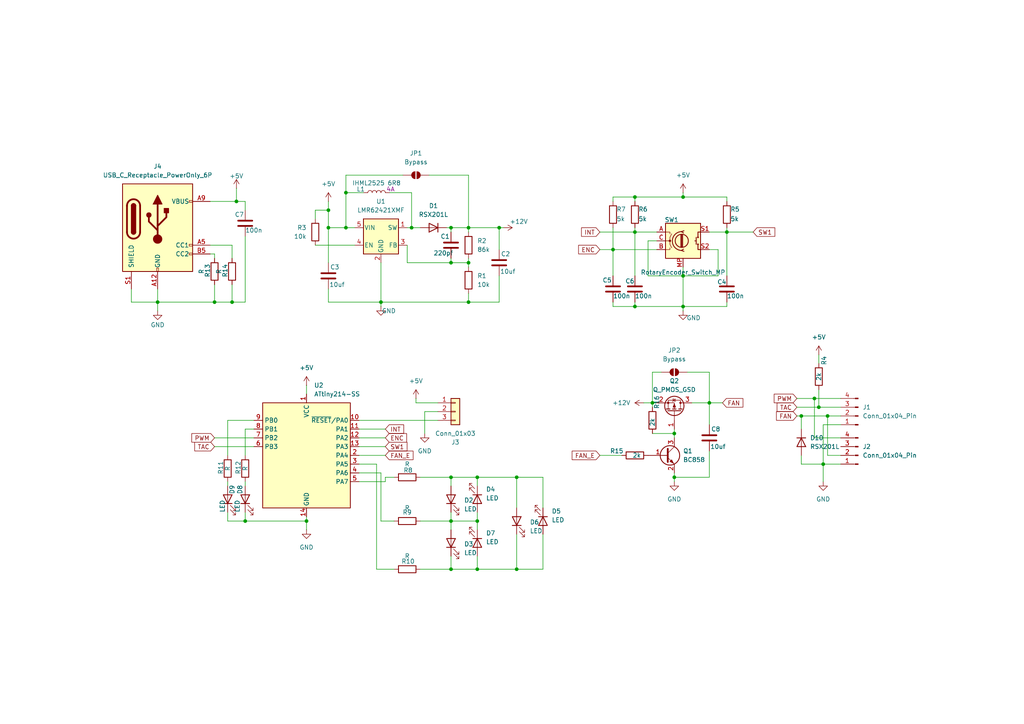
<source format=kicad_sch>
(kicad_sch (version 20231120) (generator "eeschema") (generator_version "8.0")
  (paper "A4")
  (title_block (title "MVC") (date "2024-08-12") (rev "1") (company "Foxhood Desigs"))
  (lib_symbols
    (symbol "Connector:Conn_01x04_Pin" (pin_names (offset 1.016) hide)
      (property "Reference" "J" (at 0 5.08 0))
      (property "Value" "Conn_01x04_Pin" (at 0 -7.62 0))
      (symbol "Conn_01x04_Pin_1_1"
        (polyline (pts (xy 1.27 -5.08) (xy 0.8636 -5.08)) (stroke (width 0.1524)))
        (polyline (pts (xy 1.27 -2.54) (xy 0.8636 -2.54)) (stroke (width 0.1524)))
        (polyline (pts (xy 1.27 0) (xy 0.8636 0)) (stroke (width 0.1524)))
        (polyline (pts (xy 1.27 2.54) (xy 0.8636 2.54)) (stroke (width 0.1524)))
        (rectangle (start 0.8636 -4.953) (end 0 -5.207) (stroke (width 0.1524)) (fill (type outline)))
        (rectangle (start 0.8636 -2.413) (end 0 -2.667) (stroke (width 0.1524)) (fill (type outline)))
        (rectangle (start 0.8636 0.127) (end 0 -0.127) (stroke (width 0.1524)) (fill (type outline)))
        (rectangle (start 0.8636 2.667) (end 0 2.413) (stroke (width 0.1524)) (fill (type outline)))
        (pin passive line (at 5.08 2.54 180) (length 3.81) (name "Pin_1") (number "1"))
        (pin passive line (at 5.08 0 180) (length 3.81) (name "Pin_2") (number "2"))
        (pin passive line (at 5.08 -2.54 180) (length 3.81) (name "Pin_3") (number "3"))
        (pin passive line (at 5.08 -5.08 180) (length 3.81) (name "Pin_4") (number "4"))
      )
    )
    (symbol "Connector:USB_C_Receptacle_PowerOnly_6P" (pin_names (offset 1.016))
      (property "Reference" "J" (at 0 16.51 0))
      (property "Value" "USB_C_Receptacle_PowerOnly_6P" (at 0 13.97 0))
      (symbol "USB_C_Receptacle_PowerOnly_6P_0_0"
        (rectangle (start -0.254 -12.7) (end 0.254 -11.684))
        (rectangle (start 10.16 -7.366) (end 9.144 -7.874))
        (rectangle (start 10.16 -4.826) (end 9.144 -5.334))
        (rectangle (start 10.16 7.874) (end 9.144 7.366))
      )
      (symbol "USB_C_Receptacle_PowerOnly_6P_0_1"
        (rectangle (start -10.16 12.7) (end 10.16 -12.7) (stroke (width 0.254)) (fill (type background)))
        (arc (start -8.89 -1.27) (mid -6.985 -3.1667) (end -5.08 -1.27) (stroke (width 0.508)))
        (arc (start -7.62 -1.27) (mid -6.985 -1.9023) (end -6.35 -1.27) (stroke (width 0.254)))
        (arc (start -7.62 -1.27) (mid -6.985 -1.9023) (end -6.35 -1.27) (stroke (width 0.254)) (fill (type outline)))
        (rectangle (start -7.62 -1.27) (end -6.35 6.35) (stroke (width 0.254)) (fill (type outline)))
        (arc (start -6.35 6.35) (mid -6.985 6.9823) (end -7.62 6.35) (stroke (width 0.254)))
        (arc (start -6.35 6.35) (mid -6.985 6.9823) (end -7.62 6.35) (stroke (width 0.254)) (fill (type outline)))
        (arc (start -5.08 6.35) (mid -6.985 8.2467) (end -8.89 6.35) (stroke (width 0.508)))
        (circle (center -2.54 3.683) (radius 0.635) (stroke (width 0.254)) (fill (type outline)))
        (circle (center 0 -3.302) (radius 1.27) (fill (type outline)))
        (polyline (pts (xy -8.89 -1.27) (xy -8.89 6.35)) (stroke (width 0.508)))
        (polyline (pts (xy -5.08 6.35) (xy -5.08 -1.27)) (stroke (width 0.508)))
        (polyline (pts (xy 0 -3.302) (xy 0 6.858)) (stroke (width 0.508)))
        (polyline (pts (xy 0 -0.762) (xy -2.54 1.778) (xy -2.54 3.048)) (stroke (width 0.508)))
        (polyline (pts (xy 0 0.508) (xy 2.54 3.048) (xy 2.54 4.318)) (stroke (width 0.508)))
        (polyline (pts (xy -1.27 6.858) (xy 0 9.398) (xy 1.27 6.858) (xy -1.27 6.858)) (stroke (width 0.254)) (fill (type outline)))
        (rectangle (start 1.905 4.318) (end 3.175 5.588) (stroke (width 0.254)) (fill (type outline)))
      )
      (symbol "USB_C_Receptacle_PowerOnly_6P_1_1"
        (pin passive line (at 0 -17.78 90) (length 5.08) (name "GND") (number "A12"))
        (pin bidirectional line (at 15.24 -5.08 180) (length 5.08) (name "CC1") (number "A5"))
        (pin passive line (at 15.24 7.62 180) (length 5.08) (name "VBUS") (number "A9"))
        (pin passive line (at 0 -17.78 90) (length 5.08) hide (name "GND") (number "B12"))
        (pin bidirectional line (at 15.24 -7.62 180) (length 5.08) (name "CC2") (number "B5"))
        (pin passive line (at 15.24 7.62 180) (length 5.08) hide (name "VBUS") (number "B9"))
        (pin passive line (at -7.62 -17.78 90) (length 5.08) (name "SHIELD") (number "S1"))
      )
    )
    (symbol "Connector_Generic:Conn_01x03" (pin_names (offset 1.016) hide)
      (property "Reference" "J" (at 0 5.08 0))
      (property "Value" "Conn_01x03" (at 0 -5.08 0))
      (symbol "Conn_01x03_1_1"
        (rectangle (start -1.27 -2.413) (end 0 -2.667) (stroke (width 0.1524)))
        (rectangle (start -1.27 0.127) (end 0 -0.127) (stroke (width 0.1524)))
        (rectangle (start -1.27 2.667) (end 0 2.413) (stroke (width 0.1524)))
        (rectangle (start -1.27 3.81) (end 1.27 -3.81) (stroke (width 0.254)) (fill (type background)))
        (pin passive line (at -5.08 2.54 0) (length 3.81) (name "Pin_1") (number "1"))
        (pin passive line (at -5.08 0 0) (length 3.81) (name "Pin_2") (number "2"))
        (pin passive line (at -5.08 -2.54 0) (length 3.81) (name "Pin_3") (number "3"))
      )
    )
    (symbol "Device:D" (pin_numbers hide) (pin_names (offset 1.016) hide)
      (property "Reference" "D" (at 0 2.54 0))
      (property "Value" "D" (at 0 -2.54 0))
      (symbol "D_0_1"
        (polyline (pts (xy -1.27 1.27) (xy -1.27 -1.27)) (stroke (width 0.254)))
        (polyline (pts (xy 1.27 0) (xy -1.27 0)))
        (polyline (pts (xy 1.27 1.27) (xy 1.27 -1.27) (xy -1.27 0) (xy 1.27 1.27)) (stroke (width 0.254)))
      )
      (symbol "D_1_1"
        (pin passive line (at -3.81 0 0) (length 2.54) (name "K") (number "1"))
        (pin passive line (at 3.81 0 180) (length 2.54) (name "A") (number "2"))
      )
    )
    (symbol "Device:LED" (pin_numbers hide) (pin_names (offset 1.016) hide)
      (property "Reference" "D" (at 0 2.54 0))
      (property "Value" "LED" (at 0 -2.54 0))
      (symbol "LED_0_1"
        (polyline (pts (xy -1.27 -1.27) (xy -1.27 1.27)) (stroke (width 0.254)))
        (polyline (pts (xy -1.27 0) (xy 1.27 0)))
        (polyline (pts (xy 1.27 -1.27) (xy 1.27 1.27) (xy -1.27 0) (xy 1.27 -1.27)) (stroke (width 0.254)))
        (polyline (pts (xy -3.048 -0.762) (xy -4.572 -2.286) (xy -3.81 -2.286) (xy -4.572 -2.286) (xy -4.572 -1.524)))
        (polyline (pts (xy -1.778 -0.762) (xy -3.302 -2.286) (xy -2.54 -2.286) (xy -3.302 -2.286) (xy -3.302 -1.524)))
      )
      (symbol "LED_1_1"
        (pin passive line (at -3.81 0 0) (length 2.54) (name "K") (number "1"))
        (pin passive line (at 3.81 0 180) (length 2.54) (name "A") (number "2"))
      )
    )
    (symbol "Device:Q_PMOS_GSD" (pin_names (offset 0) hide)
      (property "Reference" "Q" (at 5.08 1.27 0))
      (property "Value" "Q_PMOS_GSD" (at 5.08 -1.27 0))
      (symbol "Q_PMOS_GSD_0_1"
        (polyline (pts (xy 0.254 0) (xy -2.54 0)))
        (polyline (pts (xy 0.254 1.905) (xy 0.254 -1.905)) (stroke (width 0.254)))
        (polyline (pts (xy 0.762 -1.27) (xy 0.762 -2.286)) (stroke (width 0.254)))
        (polyline (pts (xy 0.762 0.508) (xy 0.762 -0.508)) (stroke (width 0.254)))
        (polyline (pts (xy 0.762 2.286) (xy 0.762 1.27)) (stroke (width 0.254)))
        (polyline (pts (xy 2.54 2.54) (xy 2.54 1.778)))
        (polyline (pts (xy 2.54 -2.54) (xy 2.54 0) (xy 0.762 0)))
        (polyline (pts (xy 0.762 1.778) (xy 3.302 1.778) (xy 3.302 -1.778) (xy 0.762 -1.778)))
        (polyline (pts (xy 2.286 0) (xy 1.27 0.381) (xy 1.27 -0.381) (xy 2.286 0)) (fill (type outline)))
        (polyline (pts (xy 2.794 -0.508) (xy 2.921 -0.381) (xy 3.683 -0.381) (xy 3.81 -0.254)))
        (polyline (pts (xy 3.302 -0.381) (xy 2.921 0.254) (xy 3.683 0.254) (xy 3.302 -0.381)))
        (circle (center 1.651 0) (radius 2.794) (stroke (width 0.254)))
        (circle (center 2.54 -1.778) (radius 0.254) (fill (type outline)))
        (circle (center 2.54 1.778) (radius 0.254) (fill (type outline)))
      )
      (symbol "Q_PMOS_GSD_1_1"
        (pin input line (at -5.08 0 0) (length 2.54) (name "G") (number "1"))
        (pin passive line (at 2.54 -5.08 90) (length 2.54) (name "S") (number "2"))
        (pin passive line (at 2.54 5.08 270) (length 2.54) (name "D") (number "3"))
      )
    )
    (symbol "Device:R" (pin_numbers hide) (pin_names (offset 0))
      (property "Reference" "R" (at 2.032 0 90))
      (property "Value" "R" (at 0 0 90))
      (symbol "R_0_1"
        (rectangle (start -1.016 -2.54) (end 1.016 2.54) (stroke (width 0.254)))
      )
      (symbol "R_1_1"
        (pin passive line (at 0 3.81 270) (length 1.27) (name "~") (number "1"))
        (pin passive line (at 0 -3.81 90) (length 1.27) (name "~") (number "2"))
      )
    )
    (symbol "Device:RotaryEncoder_Switch_MP" (pin_names (offset 0.254) hide)
      (property "Reference" "SW" (at 0 8.89 0))
      (property "Value" "RotaryEncoder_Switch_MP" (at 0 6.35 0))
      (symbol "RotaryEncoder_Switch_MP_0_1"
        (rectangle (start -5.08 5.08) (end 5.08 -5.08) (stroke (width 0.254)) (fill (type background)))
        (circle (center -3.81 0) (radius 0.254) (fill (type outline)))
        (circle (center -0.381 0) (radius 1.905) (stroke (width 0.254)))
        (arc (start -0.381 2.667) (mid -3.0988 -0.0635) (end -0.381 -2.794) (stroke (width 0.254)))
        (polyline (pts (xy -0.635 -1.778) (xy -0.635 1.778)) (stroke (width 0.254)))
        (polyline (pts (xy -0.381 -1.778) (xy -0.381 1.778)) (stroke (width 0.254)))
        (polyline (pts (xy -0.127 1.778) (xy -0.127 -1.778)) (stroke (width 0.254)))
        (polyline (pts (xy 3.81 0) (xy 3.429 0)) (stroke (width 0.254)))
        (polyline (pts (xy 3.81 1.016) (xy 3.81 -1.016)) (stroke (width 0.254)))
        (polyline (pts (xy -5.08 -2.54) (xy -3.81 -2.54) (xy -3.81 -2.032)))
        (polyline (pts (xy -5.08 2.54) (xy -3.81 2.54) (xy -3.81 2.032)))
        (polyline (pts (xy 0.254 -3.048) (xy -0.508 -2.794) (xy 0.127 -2.413)) (stroke (width 0.254)))
        (polyline (pts (xy 0.254 2.921) (xy -0.508 2.667) (xy 0.127 2.286)) (stroke (width 0.254)))
        (polyline (pts (xy 5.08 -2.54) (xy 4.318 -2.54) (xy 4.318 -1.016)) (stroke (width 0.254)))
        (polyline (pts (xy 5.08 2.54) (xy 4.318 2.54) (xy 4.318 1.016)) (stroke (width 0.254)))
        (polyline (pts (xy -5.08 0) (xy -3.81 0) (xy -3.81 -1.016) (xy -3.302 -2.032)))
        (polyline (pts (xy -4.318 0) (xy -3.81 0) (xy -3.81 1.016) (xy -3.302 2.032)))
        (circle (center 4.318 -1.016) (radius 0.127) (stroke (width 0.254)))
        (circle (center 4.318 1.016) (radius 0.127) (stroke (width 0.254)))
      )
      (symbol "RotaryEncoder_Switch_MP_1_1"
        (pin passive line (at -7.62 2.54 0) (length 2.54) (name "A") (number "A"))
        (pin passive line (at -7.62 -2.54 0) (length 2.54) (name "B") (number "B"))
        (pin passive line (at -7.62 0 0) (length 2.54) (name "C") (number "C"))
        (pin passive line (at 0 -7.62 90) (length 2.54) (name "MP") (number "MP"))
        (pin passive line (at 7.62 2.54 180) (length 2.54) (name "S1") (number "S1"))
        (pin passive line (at 7.62 -2.54 180) (length 2.54) (name "S2") (number "S2"))
      )
    )
    (symbol "Jumper:SolderJumper_2_Open" (pin_numbers hide) (pin_names (offset 0) hide) (exclude_from_sim yes) (in_bom no)
      (property "Reference" "JP" (at 0 2.032 0))
      (property "Value" "SolderJumper_2_Open" (at 0 -2.54 0))
      (symbol "SolderJumper_2_Open_0_1"
        (arc (start -0.254 1.016) (mid -1.2656 0) (end -0.254 -1.016))
        (arc (start -0.254 1.016) (mid -1.2656 0) (end -0.254 -1.016) (fill (type outline)))
        (polyline (pts (xy -0.254 1.016) (xy -0.254 -1.016)))
        (polyline (pts (xy 0.254 1.016) (xy 0.254 -1.016)))
        (arc (start 0.254 -1.016) (mid 1.2656 0) (end 0.254 1.016))
        (arc (start 0.254 -1.016) (mid 1.2656 0) (end 0.254 1.016) (fill (type outline)))
      )
      (symbol "SolderJumper_2_Open_1_1"
        (pin passive line (at -3.81 0 0) (length 2.54) (name "A") (number "1"))
        (pin passive line (at 3.81 0 180) (length 2.54) (name "B") (number "2"))
      )
    )
    (symbol "MCU_Microchip_ATtiny:ATtiny214-SS"
      (property "Reference" "U" (at -12.7 16.51 0))
      (property "Value" "ATtiny214-SS" (at 2.54 -16.51 0))
      (symbol "ATtiny214-SS_0_1"
        (rectangle (start -12.7 -15.24) (end 12.7 15.24) (stroke (width 0.254)) (fill (type background)))
      )
      (symbol "ATtiny214-SS_1_1"
        (pin power_in line (at 0 17.78 270) (length 2.54) (name "VCC") (number "1"))
        (pin bidirectional line (at 15.24 10.16 180) (length 2.54) (name "~{RESET}/PA0") (number "10"))
        (pin bidirectional line (at 15.24 7.62 180) (length 2.54) (name "PA1") (number "11"))
        (pin bidirectional line (at 15.24 5.08 180) (length 2.54) (name "PA2") (number "12"))
        (pin bidirectional line (at 15.24 2.54 180) (length 2.54) (name "PA3") (number "13"))
        (pin power_in line (at 0 -17.78 90) (length 2.54) (name "GND") (number "14"))
        (pin bidirectional line (at 15.24 0 180) (length 2.54) (name "PA4") (number "2"))
        (pin bidirectional line (at 15.24 -2.54 180) (length 2.54) (name "PA5") (number "3"))
        (pin bidirectional line (at 15.24 -5.08 180) (length 2.54) (name "PA6") (number "4"))
        (pin bidirectional line (at 15.24 -7.62 180) (length 2.54) (name "PA7") (number "5"))
        (pin bidirectional line (at -15.24 2.54 0) (length 2.54) (name "PB3") (number "6"))
        (pin bidirectional line (at -15.24 5.08 0) (length 2.54) (name "PB2") (number "7"))
        (pin bidirectional line (at -15.24 7.62 0) (length 2.54) (name "PB1") (number "8"))
        (pin bidirectional line (at -15.24 10.16 0) (length 2.54) (name "PB0") (number "9"))
      )
    )
    (symbol "Regulator_Switching:LMR62421XMF" (pin_names (offset 0.254))
      (property "Reference" "U" (at -5.08 6.35 0))
      (property "Value" "LMR62421XMF" (at 0 6.35 0))
      (symbol "LMR62421XMF_0_1"
        (rectangle (start -5.08 5.08) (end 5.08 -5.08) (stroke (width 0.254)) (fill (type background)))
      )
      (symbol "LMR62421XMF_1_1"
        (pin output line (at 7.62 2.54 180) (length 2.54) (name "SW") (number "1"))
        (pin power_in line (at 0 -7.62 90) (length 2.54) (name "GND") (number "2"))
        (pin input line (at 7.62 -2.54 180) (length 2.54) (name "FB") (number "3"))
        (pin input line (at -7.62 -2.54 0) (length 2.54) (name "EN") (number "4"))
        (pin input line (at -7.62 2.54 0) (length 2.54) (name "VIN") (number "5"))
      )
    )
    (symbol "SparkFun-Capacitor:C" (pin_numbers hide) (pin_names (offset 0.254))
      (property "Reference" "C" (at 0.635 2.54 0))
      (property "Value" "C" (at 0.635 -2.54 0))
      (property "Voltage" "1kV" (at 0 -6.35 0))
      (property "Tolerance" "100%" (at 0 -8.89 0))
      (symbol "C_0_1"
        (polyline (pts (xy -2.032 -0.762) (xy 2.032 -0.762)) (stroke (width 0.508)))
        (polyline (pts (xy -2.032 0.762) (xy 2.032 0.762)) (stroke (width 0.508)))
      )
      (symbol "C_1_1"
        (pin passive line (at 0 3.81 270) (length 2.794) (name "~") (number "1"))
        (pin passive line (at 0 -3.81 90) (length 2.794) (name "~") (number "2"))
      )
    )
    (symbol "SparkFun-Coil:15uH_0805_0.35A" (pin_numbers hide) (pin_names (offset 1.016) hide)
      (property "Reference" "L" (at 0 2.54 0))
      (property "Value" "15uH" (at 0 -1.27 0))
      (property "Current" "700mA" (at 0 -3.81 0))
      (symbol "15uH_0805_0.35A_0_1"
        (arc (start -1.27 0) (mid -1.905 0.6323) (end -2.54 0))
        (arc (start 0 0) (mid -0.635 0.6323) (end -1.27 0))
        (arc (start 1.27 0) (mid 0.635 0.6323) (end 0 0))
        (arc (start 2.54 0) (mid 1.905 0.6323) (end 1.27 0))
      )
      (symbol "15uH_0805_0.35A_1_1"
        (pin passive line (at -3.81 0 0) (length 1.27) (name "1") (number "1"))
        (pin passive line (at 3.81 0 180) (length 1.27) (name "2") (number "2"))
      )
    )
    (symbol "Transistor_BJT:BC848" (pin_names (offset 0) hide)
      (property "Reference" "Q" (at 5.08 1.905 0))
      (property "Value" "BC848" (at 5.08 0 0))
      (symbol "BC848_0_1"
        (polyline (pts (xy 0.635 0.635) (xy 2.54 2.54)))
        (polyline (pts (xy 0.635 -0.635) (xy 2.54 -2.54) (xy 2.54 -2.54)))
        (polyline (pts (xy 0.635 1.905) (xy 0.635 -1.905) (xy 0.635 -1.905)) (stroke (width 0.508)))
        (polyline (pts (xy 1.27 -1.778) (xy 1.778 -1.27) (xy 2.286 -2.286) (xy 1.27 -1.778) (xy 1.27 -1.778)) (fill (type outline)))
        (circle (center 1.27 0) (radius 2.8194) (stroke (width 0.254)))
      )
      (symbol "BC848_1_1"
        (pin input line (at -5.08 0 0) (length 5.715) (name "B") (number "1"))
        (pin passive line (at 2.54 -5.08 90) (length 2.54) (name "E") (number "2"))
        (pin passive line (at 2.54 5.08 270) (length 2.54) (name "C") (number "3"))
      )
    )
    (symbol "power:+12V" (power) (pin_numbers hide) (pin_names (offset 0) hide)
      (property "Value" "+12V" (at 0 3.556 0))
      (symbol "+12V_0_1"
        (polyline (pts (xy -0.762 1.27) (xy 0 2.54)))
        (polyline (pts (xy 0 0) (xy 0 2.54)))
        (polyline (pts (xy 0 2.54) (xy 0.762 1.27)))
      )
      (symbol "+12V_1_1"
        (pin power_in line (at 0 0 90) (length 0) (name "~") (number "1"))
      )
    )
    (symbol "power:+5V" (power) (pin_numbers hide) (pin_names (offset 0) hide)
      (property "Value" "+5V" (at 0 3.556 0))
      (symbol "+5V_0_1"
        (polyline (pts (xy -0.762 1.27) (xy 0 2.54)))
        (polyline (pts (xy 0 0) (xy 0 2.54)))
        (polyline (pts (xy 0 2.54) (xy 0.762 1.27)))
      )
      (symbol "+5V_1_1"
        (pin power_in line (at 0 0 90) (length 0) (name "~") (number "1"))
      )
    )
    (symbol "power:GND" (power) (pin_numbers hide) (pin_names (offset 0) hide)
      (property "Value" "GND" (at 0 -3.81 0))
      (symbol "GND_0_1"
        (polyline (pts (xy 0 0) (xy 0 -1.27) (xy 1.27 -1.27) (xy 0 -2.54) (xy -1.27 -1.27) (xy 0 -1.27)))
      )
      (symbol "GND_1_1"
        (pin power_in line (at 0 0 270) (length 0) (name "~") (number "1"))
      )
    )
  )
  (junction (at 71.12 151.13))
  (junction (at 189.23 116.84))
  (junction (at 130.81 76.2))
  (junction (at 177.8 72.39))
  (junction (at 210.82 67.31))
  (junction (at 135.89 87.63))
  (junction (at 149.86 138.43))
  (junction (at 95.25 66.04))
  (junction (at 138.43 138.43))
  (junction (at 130.81 66.04))
  (junction (at 45.72 87.63))
  (junction (at 62.23 87.63))
  (junction (at 100.33 55.88))
  (junction (at 135.89 76.2))
  (junction (at 195.58 138.43))
  (junction (at 130.81 165.1))
  (junction (at 198.12 80.01))
  (junction (at 184.15 67.31))
  (junction (at 138.43 165.1))
  (junction (at 88.9 151.13))
  (junction (at 68.58 58.42))
  (junction (at 184.15 57.15))
  (junction (at 110.49 87.63))
  (junction (at 240.03 120.65))
  (junction (at 135.89 66.04))
  (junction (at 130.81 138.43))
  (junction (at 236.22 115.57))
  (junction (at 95.25 60.96))
  (junction (at 232.41 120.65))
  (junction (at 100.33 66.04))
  (junction (at 130.81 151.13))
  (junction (at 138.43 151.13))
  (junction (at 205.74 116.84))
  (junction (at 198.12 57.15))
  (junction (at 144.78 66.04))
  (junction (at 119.38 66.04))
  (junction (at 67.31 87.63))
  (junction (at 149.86 165.1))
  (junction (at 184.15 88.9))
  (junction (at 237.49 118.11))
  (junction (at 195.58 125.73))
  (junction (at 198.12 88.9))
  (junction (at 238.76 134.62))
  (wire (pts (xy 88.9 151.13) (xy 88.9 153.67)))
  (wire (pts (xy 130.81 138.43) (xy 138.43 138.43)))
  (wire (pts (xy 190.5 69.85) (xy 187.96 69.85)))
  (wire (pts (xy 149.86 138.43) (xy 157.48 138.43)))
  (wire (pts (xy 157.48 138.43) (xy 157.48 147.32)))
  (wire (pts (xy 237.49 113.03) (xy 237.49 118.11)))
  (wire (pts (xy 135.89 66.04) (xy 144.78 66.04)))
  (wire (pts (xy 109.22 134.62) (xy 104.14 134.62)))
  (wire (pts (xy 208.28 72.39) (xy 208.28 80.01)))
  (wire (pts (xy 177.8 57.15) (xy 177.8 58.42)))
  (wire (pts (xy 135.89 74.93) (xy 135.89 76.2)))
  (wire (pts (xy 200.66 116.84) (xy 205.74 116.84)))
  (wire (pts (xy 186.69 116.84) (xy 189.23 116.84)))
  (wire (pts (xy 62.23 127) (xy 73.66 127)))
  (wire (pts (xy 191.77 107.95) (xy 189.23 107.95)))
  (wire (pts (xy 118.11 66.04) (xy 119.38 66.04)))
  (wire (pts (xy 205.74 107.95) (xy 205.74 116.84)))
  (wire (pts (xy 173.99 67.31) (xy 184.15 67.31)))
  (wire (pts (xy 104.14 127) (xy 111.76 127)))
  (wire (pts (xy 243.84 123.19) (xy 238.76 123.19)))
  (wire (pts (xy 157.48 165.1) (xy 157.48 154.94)))
  (wire (pts (xy 135.89 76.2) (xy 135.89 77.47)))
  (wire (pts (xy 71.12 148.59) (xy 71.12 151.13)))
  (wire (pts (xy 111.76 138.43) (xy 114.3 138.43)))
  (wire (pts (xy 113.03 55.88) (xy 119.38 55.88)))
  (wire (pts (xy 130.81 74.93) (xy 130.81 76.2)))
  (wire (pts (xy 71.12 151.13) (xy 88.9 151.13)))
  (wire (pts (xy 60.96 58.42) (xy 68.58 58.42)))
  (wire (pts (xy 210.82 66.04) (xy 210.82 67.31)))
  (wire (pts (xy 110.49 151.13) (xy 114.3 151.13)))
  (wire (pts (xy 195.58 137.16) (xy 195.58 138.43)))
  (wire (pts (xy 237.49 102.87) (xy 237.49 105.41)))
  (wire (pts (xy 91.44 60.96) (xy 95.25 60.96)))
  (wire (pts (xy 135.89 85.09) (xy 135.89 87.63)))
  (wire (pts (xy 195.58 124.46) (xy 195.58 125.73)))
  (wire (pts (xy 205.74 116.84) (xy 205.74 123.19)))
  (wire (pts (xy 198.12 88.9) (xy 210.82 88.9)))
  (wire (pts (xy 71.12 124.46) (xy 73.66 124.46)))
  (wire (pts (xy 210.82 67.31) (xy 210.82 80.01)))
  (wire (pts (xy 243.84 132.08) (xy 240.03 132.08)))
  (wire (pts (xy 195.58 125.73) (xy 195.58 127)))
  (wire (pts (xy 198.12 55.88) (xy 198.12 57.15)))
  (wire (pts (xy 198.12 88.9) (xy 184.15 88.9)))
  (wire (pts (xy 238.76 123.19) (xy 238.76 134.62)))
  (wire (pts (xy 130.81 148.59) (xy 130.81 151.13)))
  (wire (pts (xy 102.87 66.04) (xy 100.33 66.04)))
  (wire (pts (xy 177.8 66.04) (xy 177.8 72.39)))
  (wire (pts (xy 240.03 120.65) (xy 240.03 132.08)))
  (wire (pts (xy 67.31 71.12) (xy 60.96 71.12)))
  (wire (pts (xy 110.49 76.2) (xy 110.49 87.63)))
  (wire (pts (xy 68.58 58.42) (xy 71.12 58.42)))
  (wire (pts (xy 129.54 66.04) (xy 130.81 66.04)))
  (wire (pts (xy 208.28 80.01) (xy 198.12 80.01)))
  (wire (pts (xy 205.74 138.43) (xy 195.58 138.43)))
  (wire (pts (xy 66.04 148.59) (xy 66.04 151.13)))
  (wire (pts (xy 118.11 71.12) (xy 118.11 76.2)))
  (wire (pts (xy 177.8 88.9) (xy 177.8 87.63)))
  (wire (pts (xy 95.25 60.96) (xy 95.25 58.42)))
  (wire (pts (xy 123.19 119.38) (xy 123.19 125.73)))
  (wire (pts (xy 205.74 67.31) (xy 210.82 67.31)))
  (wire (pts (xy 231.14 120.65) (xy 232.41 120.65)))
  (wire (pts (xy 189.23 125.73) (xy 195.58 125.73)))
  (wire (pts (xy 177.8 72.39) (xy 177.8 80.01)))
  (wire (pts (xy 124.46 50.8) (xy 135.89 50.8)))
  (wire (pts (xy 130.81 67.31) (xy 130.81 66.04)))
  (wire (pts (xy 71.12 132.08) (xy 71.12 124.46)))
  (wire (pts (xy 130.81 151.13) (xy 138.43 151.13)))
  (wire (pts (xy 105.41 55.88) (xy 100.33 55.88)))
  (wire (pts (xy 95.25 66.04) (xy 95.25 60.96)))
  (wire (pts (xy 95.25 66.04) (xy 95.25 76.2)))
  (wire (pts (xy 187.96 69.85) (xy 187.96 80.01)))
  (wire (pts (xy 109.22 134.62) (xy 109.22 165.1)))
  (wire (pts (xy 130.81 66.04) (xy 135.89 66.04)))
  (wire (pts (xy 198.12 80.01) (xy 187.96 80.01)))
  (wire (pts (xy 71.12 68.58) (xy 71.12 87.63)))
  (wire (pts (xy 123.19 119.38) (xy 127 119.38)))
  (wire (pts (xy 130.81 76.2) (xy 135.89 76.2)))
  (wire (pts (xy 130.81 161.29) (xy 130.81 165.1)))
  (wire (pts (xy 184.15 67.31) (xy 190.5 67.31)))
  (wire (pts (xy 62.23 73.66) (xy 60.96 73.66)))
  (wire (pts (xy 66.04 151.13) (xy 71.12 151.13)))
  (wire (pts (xy 184.15 57.15) (xy 184.15 58.42)))
  (wire (pts (xy 135.89 87.63) (xy 144.78 87.63)))
  (wire (pts (xy 144.78 66.04) (xy 146.05 66.04)))
  (wire (pts (xy 116.84 50.8) (xy 100.33 50.8)))
  (wire (pts (xy 66.04 121.92) (xy 73.66 121.92)))
  (wire (pts (xy 135.89 50.8) (xy 135.89 66.04)))
  (wire (pts (xy 205.74 116.84) (xy 209.55 116.84)))
  (wire (pts (xy 62.23 129.54) (xy 73.66 129.54)))
  (wire (pts (xy 205.74 72.39) (xy 208.28 72.39)))
  (wire (pts (xy 104.14 124.46) (xy 111.76 124.46)))
  (wire (pts (xy 104.14 132.08) (xy 111.76 132.08)))
  (wire (pts (xy 236.22 115.57) (xy 243.84 115.57)))
  (wire (pts (xy 121.92 138.43) (xy 130.81 138.43)))
  (wire (pts (xy 231.14 118.11) (xy 237.49 118.11)))
  (wire (pts (xy 71.12 87.63) (xy 67.31 87.63)))
  (wire (pts (xy 198.12 90.17) (xy 198.12 88.9)))
  (wire (pts (xy 62.23 74.93) (xy 62.23 73.66)))
  (wire (pts (xy 238.76 134.62) (xy 232.41 134.62)))
  (wire (pts (xy 120.65 116.84) (xy 127 116.84)))
  (wire (pts (xy 149.86 154.94) (xy 149.86 165.1)))
  (wire (pts (xy 45.72 83.82) (xy 45.72 87.63)))
  (wire (pts (xy 198.12 57.15) (xy 184.15 57.15)))
  (wire (pts (xy 232.41 120.65) (xy 232.41 124.46)))
  (wire (pts (xy 110.49 87.63) (xy 135.89 87.63)))
  (wire (pts (xy 243.84 127) (xy 236.22 127)))
  (wire (pts (xy 232.41 120.65) (xy 240.03 120.65)))
  (wire (pts (xy 237.49 118.11) (xy 243.84 118.11)))
  (wire (pts (xy 110.49 137.16) (xy 110.49 151.13)))
  (wire (pts (xy 67.31 87.63) (xy 62.23 87.63)))
  (wire (pts (xy 138.43 138.43) (xy 138.43 140.97)))
  (wire (pts (xy 104.14 121.92) (xy 127 121.92)))
  (wire (pts (xy 120.65 115.57) (xy 120.65 116.84)))
  (wire (pts (xy 138.43 148.59) (xy 138.43 151.13)))
  (wire (pts (xy 177.8 72.39) (xy 190.5 72.39)))
  (wire (pts (xy 104.14 139.7) (xy 111.76 139.7)))
  (wire (pts (xy 38.1 87.63) (xy 45.72 87.63)))
  (wire (pts (xy 130.81 151.13) (xy 130.81 153.67)))
  (wire (pts (xy 100.33 55.88) (xy 100.33 66.04)))
  (wire (pts (xy 91.44 63.5) (xy 91.44 60.96)))
  (wire (pts (xy 210.82 57.15) (xy 198.12 57.15)))
  (wire (pts (xy 199.39 107.95) (xy 205.74 107.95)))
  (wire (pts (xy 91.44 71.12) (xy 102.87 71.12)))
  (wire (pts (xy 100.33 50.8) (xy 100.33 55.88)))
  (wire (pts (xy 121.92 151.13) (xy 130.81 151.13)))
  (wire (pts (xy 95.25 87.63) (xy 110.49 87.63)))
  (wire (pts (xy 135.89 67.31) (xy 135.89 66.04)))
  (wire (pts (xy 109.22 165.1) (xy 114.3 165.1)))
  (wire (pts (xy 104.14 137.16) (xy 110.49 137.16)))
  (wire (pts (xy 198.12 80.01) (xy 198.12 88.9)))
  (wire (pts (xy 110.49 87.63) (xy 110.49 88.9)))
  (wire (pts (xy 130.81 140.97) (xy 130.81 138.43)))
  (wire (pts (xy 71.12 58.42) (xy 71.12 60.96)))
  (wire (pts (xy 67.31 82.55) (xy 67.31 87.63)))
  (wire (pts (xy 210.82 87.63) (xy 210.82 88.9)))
  (wire (pts (xy 95.25 83.82) (xy 95.25 87.63)))
  (wire (pts (xy 38.1 83.82) (xy 38.1 87.63)))
  (wire (pts (xy 231.14 115.57) (xy 236.22 115.57)))
  (wire (pts (xy 205.74 130.81) (xy 205.74 138.43)))
  (wire (pts (xy 104.14 129.54) (xy 111.76 129.54)))
  (wire (pts (xy 68.58 58.42) (xy 68.58 54.61)))
  (wire (pts (xy 71.12 139.7) (xy 71.12 140.97)))
  (wire (pts (xy 149.86 138.43) (xy 149.86 147.32)))
  (wire (pts (xy 243.84 134.62) (xy 238.76 134.62)))
  (wire (pts (xy 184.15 66.04) (xy 184.15 67.31)))
  (wire (pts (xy 66.04 132.08) (xy 66.04 121.92)))
  (wire (pts (xy 66.04 139.7) (xy 66.04 140.97)))
  (wire (pts (xy 119.38 66.04) (xy 121.92 66.04)))
  (wire (pts (xy 184.15 67.31) (xy 184.15 80.01)))
  (wire (pts (xy 238.76 134.62) (xy 238.76 139.7)))
  (wire (pts (xy 210.82 58.42) (xy 210.82 57.15)))
  (wire (pts (xy 138.43 161.29) (xy 138.43 165.1)))
  (wire (pts (xy 184.15 88.9) (xy 184.15 87.63)))
  (wire (pts (xy 149.86 165.1) (xy 157.48 165.1)))
  (wire (pts (xy 88.9 149.86) (xy 88.9 151.13)))
  (wire (pts (xy 184.15 88.9) (xy 177.8 88.9)))
  (wire (pts (xy 121.92 165.1) (xy 130.81 165.1)))
  (wire (pts (xy 62.23 82.55) (xy 62.23 87.63)))
  (wire (pts (xy 210.82 67.31) (xy 218.44 67.31)))
  (wire (pts (xy 198.12 77.47) (xy 198.12 80.01)))
  (wire (pts (xy 232.41 134.62) (xy 232.41 132.08)))
  (wire (pts (xy 62.23 87.63) (xy 45.72 87.63)))
  (wire (pts (xy 45.72 87.63) (xy 45.72 90.17)))
  (wire (pts (xy 189.23 116.84) (xy 190.5 116.84)))
  (wire (pts (xy 195.58 139.7) (xy 195.58 138.43)))
  (wire (pts (xy 138.43 138.43) (xy 149.86 138.43)))
  (wire (pts (xy 138.43 165.1) (xy 149.86 165.1)))
  (wire (pts (xy 67.31 74.93) (xy 67.31 71.12)))
  (wire (pts (xy 189.23 116.84) (xy 189.23 118.11)))
  (wire (pts (xy 173.99 132.08) (xy 180.34 132.08)))
  (wire (pts (xy 118.11 76.2) (xy 130.81 76.2)))
  (wire (pts (xy 243.84 120.65) (xy 240.03 120.65)))
  (wire (pts (xy 95.25 66.04) (xy 100.33 66.04)))
  (wire (pts (xy 144.78 80.01) (xy 144.78 87.63)))
  (wire (pts (xy 119.38 55.88) (xy 119.38 66.04)))
  (wire (pts (xy 189.23 107.95) (xy 189.23 116.84)))
  (wire (pts (xy 88.9 111.76) (xy 88.9 114.3)))
  (wire (pts (xy 138.43 151.13) (xy 138.43 153.67)))
  (wire (pts (xy 173.99 72.39) (xy 177.8 72.39)))
  (wire (pts (xy 111.76 138.43) (xy 111.76 139.7)))
  (wire (pts (xy 236.22 127) (xy 236.22 115.57)))
  (wire (pts (xy 130.81 165.1) (xy 138.43 165.1)))
  (wire (pts (xy 144.78 72.39) (xy 144.78 66.04)))
  (wire (pts (xy 184.15 57.15) (xy 177.8 57.15)))
  (global_label "ENC" (shape input) (at 173.99 72.39 180) (property "Intersheetrefs" "${INTERSHEET_REFS}" (effects (hide yes))))
  (global_label "FAN_E" (shape input) (at 173.99 132.08 180) (property "Intersheetrefs" "${INTERSHEET_REFS}" (effects (hide yes))))
  (global_label "SW1" (shape input) (at 218.44 67.31 0) (property "Intersheetrefs" "${INTERSHEET_REFS}" (effects (hide yes))))
  (global_label "PWM" (shape input) (at 62.23 127 180) (property "Intersheetrefs" "${INTERSHEET_REFS}" (effects (hide yes))))
  (global_label "FAN_E" (shape input) (at 111.76 132.08 0) (property "Intersheetrefs" "${INTERSHEET_REFS}" (effects (hide yes))))
  (global_label "ENC" (shape input) (at 111.76 127 0) (property "Intersheetrefs" "${INTERSHEET_REFS}" (effects (hide yes))))
  (global_label "TAC" (shape input) (at 231.14 118.11 180) (property "Intersheetrefs" "${INTERSHEET_REFS}" (effects (hide yes))))
  (global_label "TAC" (shape input) (at 62.23 129.54 180) (property "Intersheetrefs" "${INTERSHEET_REFS}" (effects (hide yes))))
  (global_label "INT" (shape input) (at 173.99 67.31 180) (property "Intersheetrefs" "${INTERSHEET_REFS}" (effects (hide yes))))
  (global_label "FAN" (shape input) (at 209.55 116.84 0) (property "Intersheetrefs" "${INTERSHEET_REFS}" (effects (hide yes))))
  (global_label "PWM" (shape input) (at 231.14 115.57 180) (property "Intersheetrefs" "${INTERSHEET_REFS}" (effects (hide yes))))
  (global_label "SW1" (shape input) (at 111.76 129.54 0) (property "Intersheetrefs" "${INTERSHEET_REFS}" (effects (hide yes))))
  (global_label "INT" (shape input) (at 111.76 124.46 0) (property "Intersheetrefs" "${INTERSHEET_REFS}" (effects (hide yes))))
  (global_label "FAN" (shape input) (at 231.14 120.65 180) (property "Intersheetrefs" "${INTERSHEET_REFS}" (effects (hide yes))))
  (symbol (lib_id "power:GND") (at 110.49 88.9 0) (unit 1)
    (property "Reference" "#PWR010" (effects (hide yes)))
    (property "Value" "GND" (at 112.776 90.17 0))
    (property "Description" "Power symbol creates a global label with name \"GND\" , ground" (effects (hide yes)))
  )
  (symbol (lib_id "power:GND") (at 195.58 139.7 0) (unit 1)
    (property "Reference" "#PWR014" (effects (hide yes)))
    (property "Value" "GND" (at 195.58 144.78 0))
    (property "Description" "Power symbol creates a global label with name \"GND\" , ground" (effects (hide yes)))
  )
  (symbol (lib_id "Device:LED") (at 138.43 157.48 270) (unit 1)
    (property "Reference" "D7" (at 140.97 154.6224 90) (effects (justify left)))
    (property "Value" "LED" (at 140.97 157.1624 90) (effects (justify left)))
    (property "Footprint" "LED_SMD:LED_0805_2012Metric_Pad1.15x1.40mm_HandSolder" (effects (hide yes)))
    (property "Description" "Light emitting diode" (effects (hide yes)))
  )
  (symbol (lib_id "Device:D") (at 232.41 128.27 270) (unit 1)
    (property "Reference" "D10" (at 234.95 126.9999 90) (effects (justify left)))
    (property "Value" "RSX201L" (at 234.95 129.5399 90) (effects (justify left)))
    (property "Footprint" "Diode_SMD:D_SMA_Handsoldering" (effects (hide yes)))
    (property "Description" "Diode" (effects (hide yes)))
    (property "Sim.Device" "D" (effects (hide yes)))
    (property "Sim.Pins" "1=K 2=A" (effects (hide yes)))
  )
  (symbol (lib_id "power:GND") (at 88.9 153.67 0) (unit 1)
    (property "Reference" "#PWR08" (effects (hide yes)))
    (property "Value" "GND" (at 88.9 158.75 0))
    (property "Description" "Power symbol creates a global label with name \"GND\" , ground" (effects (hide yes)))
  )
  (symbol (lib_id "power:GND") (at 198.12 90.17 0) (unit 1)
    (property "Reference" "#PWR02" (effects (hide yes)))
    (property "Value" "GND" (at 201.168 92.202 0))
    (property "Description" "Power symbol creates a global label with name \"GND\" , ground" (effects (hide yes)))
  )
  (symbol (lib_id "power:+5V") (at 88.9 111.76 0) (unit 1)
    (property "Reference" "#PWR07" (effects (hide yes)))
    (property "Value" "+5V" (at 88.9 106.68 0))
    (property "Description" "Power symbol creates a global label with name \"+5V\"" (effects (hide yes)))
  )
  (symbol (lib_id "Device:LED") (at 130.81 157.48 90) (unit 1)
    (property "Reference" "D3" (at 134.62 157.7974 90) (effects (justify right)))
    (property "Value" "LED" (at 134.62 160.3374 90) (effects (justify right)))
    (property "Footprint" "LED_SMD:LED_0805_2012Metric_Pad1.15x1.40mm_HandSolder" (effects (hide yes)))
    (property "Description" "Light emitting diode" (effects (hide yes)))
  )
  (symbol (lib_id "power:+12V") (at 146.05 66.04 270) (unit 1)
    (property "Reference" "#PWR015" (effects (hide yes)))
    (property "Value" "+12V" (at 147.828 64.262 90) (effects (justify left)))
    (property "Description" "Power symbol creates a global label with name \"+12V\"" (effects (hide yes)))
  )
  (symbol (lib_id "Device:R") (at 237.49 109.22 0) (unit 1)
    (property "Reference" "R4" (at 239.014 105.918 90) (effects (justify left)))
    (property "Value" "2k" (at 237.49 110.49 90) (effects (justify left)))
    (property "Footprint" "Resistor_SMD:R_0805_2012Metric_Pad1.20x1.40mm_HandSolder" (effects (hide yes)))
    (property "Description" "Resistor" (effects (hide yes)))
  )
  (symbol (lib_id "power:GND") (at 123.19 125.73 0) (unit 1)
    (property "Reference" "#PWR012" (effects (hide yes)))
    (property "Value" "GND" (at 123.19 130.81 0))
    (property "Description" "Power symbol creates a global label with name \"GND\" , ground" (effects (hide yes)))
  )
  (symbol (lib_id "Connector_Generic:Conn_01x03") (at 132.08 119.38 0) (unit 1)
    (property "Reference" "J3" (at 132.08 128.27 0))
    (property "Value" "Conn_01x03" (at 132.08 125.73 0))
    (property "Footprint" "Connector_PinHeader_2.54mm:PinHeader_1x03_P2.54mm_Vertical" (effects (hide yes)))
    (property "Description" "Generic connector, single row, 01x03, script generated (kicad-library-utils/schlib/autogen/connector/)" (effects (hide yes)))
  )
  (symbol (lib_id "Jumper:SolderJumper_2_Open") (at 195.58 107.95 0) (unit 1) (exclude_from_sim yes) (in_bom no)
    (property "Reference" "JP2" (at 195.58 101.6 0))
    (property "Value" "Bypass" (at 195.58 104.14 0))
    (property "Footprint" "Jumper:SolderJumper-2_P1.3mm_Open_Pad1.0x1.5mm" (effects (hide yes)))
    (property "Description" "Solder Jumper, 2-pole, open" (effects (hide yes)))
  )
  (symbol (lib_id "Connector:USB_C_Receptacle_PowerOnly_6P") (at 45.72 66.04 0) (unit 1)
    (property "Reference" "J4" (at 45.72 48.26 0))
    (property "Value" "USB_C_Receptacle_PowerOnly_6P" (at 45.72 50.8 0))
    (property "Footprint" "Connector_USB:USB_C_Receptacle_GCT_USB4125-xx-x_6P_TopMnt_Horizontal" (effects (hide yes)))
    (property "Datasheet" "https://www.usb.org/sites/default/files/documents/usb_type-c.zip" (effects (hide yes)))
    (property "Description" "USB Power-Only 6P Type-C Receptacle connector" (effects (hide yes)))
  )
  (symbol (lib_id "Device:LED") (at 130.81 144.78 90) (unit 1)
    (property "Reference" "D2" (at 134.62 145.0974 90) (effects (justify right)))
    (property "Value" "LED" (at 134.62 147.6374 90) (effects (justify right)))
    (property "Footprint" "LED_SMD:LED_0805_2012Metric_Pad1.15x1.40mm_HandSolder" (effects (hide yes)))
    (property "Description" "Light emitting diode" (effects (hide yes)))
  )
  (symbol (lib_id "Device:R") (at 66.04 135.89 0) (unit 1)
    (property "Reference" "R11" (at 64.008 135.636 90))
    (property "Value" "R" (at 66.04 135.89 90))
    (property "Footprint" "Resistor_SMD:R_0805_2012Metric_Pad1.20x1.40mm_HandSolder" (effects (hide yes)))
    (property "Description" "Resistor" (effects (hide yes)))
  )
  (symbol (lib_id "Device:R") (at 71.12 135.89 0) (unit 1)
    (property "Reference" "R12" (at 69.088 135.636 90))
    (property "Value" "R" (at 71.12 135.89 90))
    (property "Footprint" "Resistor_SMD:R_0805_2012Metric_Pad1.20x1.40mm_HandSolder" (effects (hide yes)))
    (property "Description" "Resistor" (effects (hide yes)))
  )
  (symbol (lib_id "power:GND") (at 45.72 90.17 0) (unit 1)
    (property "Reference" "#PWR06" (effects (hide yes)))
    (property "Value" "GND" (at 45.72 94.234 0))
    (property "Description" "Power symbol creates a global label with name \"GND\" , ground" (effects (hide yes)))
  )
  (symbol (lib_id "Device:LED") (at 149.86 151.13 90) (unit 1)
    (property "Reference" "D6" (at 153.67 151.4474 90) (effects (justify right)))
    (property "Value" "LED" (at 153.67 153.9874 90) (effects (justify right)))
    (property "Footprint" "LED_SMD:LED_0805_2012Metric_Pad1.15x1.40mm_HandSolder" (effects (hide yes)))
    (property "Description" "Light emitting diode" (effects (hide yes)))
  )
  (symbol (lib_id "Device:R") (at 210.82 62.23 0) (unit 1)
    (property "Reference" "R5" (at 211.836 60.706 0) (effects (justify left)))
    (property "Value" "5k" (at 211.836 63.5 0) (effects (justify left)))
    (property "Footprint" "Resistor_SMD:R_0805_2012Metric_Pad1.20x1.40mm_HandSolder" (effects (hide yes)))
    (property "Description" "Resistor" (effects (hide yes)))
  )
  (symbol (lib_id "power:+5V") (at 68.58 54.61 0) (unit 1)
    (property "Reference" "#PWR05" (effects (hide yes)))
    (property "Value" "+5V" (at 68.58 51.054 0))
    (property "Description" "Power symbol creates a global label with name \"+5V\"" (effects (hide yes)))
  )
  (symbol (lib_id "Device:R") (at 135.89 81.28 0) (unit 1)
    (property "Reference" "R1" (at 138.43 80.0099 0) (effects (justify left)))
    (property "Value" "10k" (at 138.43 82.5499 0) (effects (justify left)))
    (property "Footprint" "Resistor_SMD:R_0805_2012Metric_Pad1.20x1.40mm_HandSolder" (effects (hide yes)))
    (property "Description" "Resistor" (effects (hide yes)))
  )
  (symbol (lib_id "power:+5V") (at 120.65 115.57 0) (unit 1)
    (property "Reference" "#PWR011" (effects (hide yes)))
    (property "Value" "+5V" (at 120.65 110.49 0))
    (property "Description" "Power symbol creates a global label with name \"+5V\"" (effects (hide yes)))
  )
  (symbol (lib_id "Device:D") (at 125.73 66.04 180) (unit 1)
    (property "Reference" "D1" (at 125.73 59.69 0))
    (property "Value" "RSX201L" (at 125.73 62.23 0))
    (property "Footprint" "Diode_SMD:D_SMA_Handsoldering" (effects (hide yes)))
    (property "Description" "Diode" (effects (hide yes)))
    (property "Sim.Device" "D" (effects (hide yes)))
    (property "Sim.Pins" "1=K 2=A" (effects (hide yes)))
  )
  (symbol (lib_id "SparkFun-Capacitor:C") (at 205.74 127 0) (unit 1)
    (property "Reference" "C8" (at 206.248 124.46 0) (effects (justify left)))
    (property "Value" "10uf" (at 205.994 129.54 0) (effects (justify left)))
    (property "Footprint" "Capacitor_SMD:C_1210_3225Metric_Pad1.33x2.70mm_HandSolder" (effects (hide yes)))
    (property "Datasheet" "https://cdn.sparkfun.com/assets/8/a/4/a/5/Kemet_Capacitor_Datasheet.pdf" (effects (hide yes)))
    (property "Description" "Unpolarized capacitor" (effects (hide yes)))
    (property "PROD_ID" "CAP-00000" (effects (hide yes)))
    (property "Voltage" "1kV" (effects (hide yes)))
    (property "Tolerance" "100%" (effects (hide yes)))
  )
  (symbol (lib_id "power:+12V") (at 186.69 116.84 90) (unit 1)
    (property "Reference" "#PWR013" (effects (hide yes)))
    (property "Value" "+12V" (at 182.88 116.8399 90) (effects (justify left)))
    (property "Description" "Power symbol creates a global label with name \"+12V\"" (effects (hide yes)))
  )
  (symbol (lib_id "Device:LED") (at 157.48 151.13 270) (unit 1)
    (property "Reference" "D5" (at 160.02 148.2724 90) (effects (justify left)))
    (property "Value" "LED" (at 160.02 150.8124 90) (effects (justify left)))
    (property "Footprint" "LED_SMD:LED_0805_2012Metric_Pad1.15x1.40mm_HandSolder" (effects (hide yes)))
    (property "Description" "Light emitting diode" (effects (hide yes)))
  )
  (symbol (lib_id "Device:R") (at 62.23 78.74 0) (unit 1)
    (property "Reference" "R13" (at 60.198 78.486 90))
    (property "Value" "R" (at 58.42 78.74 90))
    (property "Footprint" "Resistor_SMD:R_0805_2012Metric_Pad1.20x1.40mm_HandSolder" (effects (hide yes)))
    (property "Description" "Resistor" (effects (hide yes)))
  )
  (symbol (lib_id "Device:R") (at 118.11 165.1 270) (unit 1)
    (property "Reference" "R10" (at 118.364 162.814 90))
    (property "Value" "R" (at 118.11 161.29 90))
    (property "Footprint" "Resistor_SMD:R_0805_2012Metric_Pad1.20x1.40mm_HandSolder" (effects (hide yes)))
    (property "Description" "Resistor" (effects (hide yes)))
  )
  (symbol (lib_id "Device:R") (at 67.31 78.74 0) (unit 1)
    (property "Reference" "R14" (at 65.278 78.486 90))
    (property "Value" "R" (at 63.5 78.74 90))
    (property "Footprint" "Resistor_SMD:R_0805_2012Metric_Pad1.20x1.40mm_HandSolder" (effects (hide yes)))
    (property "Description" "Resistor" (effects (hide yes)))
  )
  (symbol (lib_id "power:+5V") (at 95.25 58.42 0) (unit 1)
    (property "Reference" "#PWR09" (effects (hide yes)))
    (property "Value" "+5V" (at 95.25 53.34 0))
    (property "Description" "Power symbol creates a global label with name \"+5V\"" (effects (hide yes)))
  )
  (symbol (lib_id "SparkFun-Capacitor:C") (at 71.12 64.77 0) (unit 1)
    (property "Reference" "C7" (at 68.072 62.23 0) (effects (justify left)))
    (property "Value" "100n" (at 71.12 66.802 0) (effects (justify left)))
    (property "Footprint" "Capacitor_SMD:C_0805_2012Metric_Pad1.18x1.45mm_HandSolder" (effects (hide yes)))
    (property "Datasheet" "https://cdn.sparkfun.com/assets/8/a/4/a/5/Kemet_Capacitor_Datasheet.pdf" (effects (hide yes)))
    (property "Description" "Unpolarized capacitor" (effects (hide yes)))
    (property "PROD_ID" "CAP-00000" (effects (hide yes)))
    (property "Voltage" "1kV" (effects (hide yes)))
    (property "Tolerance" "100%" (effects (hide yes)))
  )
  (symbol (lib_id "Device:R") (at 135.89 71.12 0) (unit 1)
    (property "Reference" "R2" (at 138.43 69.8499 0) (effects (justify left)))
    (property "Value" "86k" (at 138.43 72.3899 0) (effects (justify left)))
    (property "Footprint" "Resistor_SMD:R_0805_2012Metric_Pad1.20x1.40mm_HandSolder" (effects (hide yes)))
    (property "Description" "Resistor" (effects (hide yes)))
  )
  (symbol (lib_id "Device:Q_PMOS_GSD") (at 195.58 119.38 270) (mirror x) (unit 1)
    (property "Reference" "Q2" (at 195.58 110.49 90))
    (property "Value" "Q_PMOS_GSD" (at 195.58 113.03 90))
    (property "Footprint" "Package_TO_SOT_SMD:SOT-23" (effects (hide yes)))
    (property "Description" "P-MOSFET transistor, gate/source/drain" (effects (hide yes)))
  )
  (symbol (lib_id "power:+5V") (at 198.12 55.88 0) (unit 1)
    (property "Reference" "#PWR01" (effects (hide yes)))
    (property "Value" "+5V" (at 198.12 50.8 0))
    (property "Description" "Power symbol creates a global label with name \"+5V\"" (effects (hide yes)))
  )
  (symbol (lib_id "Device:RotaryEncoder_Switch_MP") (at 198.12 69.85 0) (unit 1)
    (property "Reference" "SW1" (at 194.818 63.754 0))
    (property "Value" "RotaryEncoder_Switch_MP" (at 198.12 78.994 0))
    (property "Footprint" "Rotary_Encoder:RotaryEncoder_Bourns_Vertical_PEC12R-3x17F-Sxxxx" (effects (hide yes)))
    (property "Description" "Rotary encoder, dual channel, incremental quadrate outputs, with switch and MP Pin" (effects (hide yes)))
  )
  (symbol (lib_id "Device:R") (at 189.23 121.92 0) (unit 1)
    (property "Reference" "R16" (at 190.5 118.618 90) (effects (justify left)))
    (property "Value" "2k" (at 189.23 123.698 90) (effects (justify left)))
    (property "Footprint" "Resistor_SMD:R_0805_2012Metric_Pad1.20x1.40mm_HandSolder" (effects (hide yes)))
    (property "Description" "Resistor" (effects (hide yes)))
  )
  (symbol (lib_id "Regulator_Switching:LMR62421XMF") (at 110.49 68.58 0) (unit 1)
    (property "Reference" "U1" (at 110.49 58.42 0))
    (property "Value" "LMR62421XMF" (at 110.49 60.96 0))
    (property "Footprint" "Package_TO_SOT_SMD:SOT-23-5" (effects (hide yes)))
    (property "Datasheet" "http://www.ti.com/lit/ds/symlink/lmr62421.pdf" (effects (hide yes)))
    (property "Description" "2.1A, 24Vout Boost/SEPIC Voltage Regulator, 1.6MHz Frequency, SOT-23-5" (effects (hide yes)))
  )
  (symbol (lib_id "Device:R") (at 184.15 62.23 0) (unit 1)
    (property "Reference" "R6" (at 185.166 60.706 0) (effects (justify left)))
    (property "Value" "5k" (at 185.166 63.5 0) (effects (justify left)))
    (property "Footprint" "Resistor_SMD:R_0805_2012Metric_Pad1.20x1.40mm_HandSolder" (effects (hide yes)))
    (property "Description" "Resistor" (effects (hide yes)))
  )
  (symbol (lib_id "MCU_Microchip_ATtiny:ATtiny214-SS") (at 88.9 132.08 0) (unit 1)
    (property "Reference" "U2" (at 91.0941 111.76 0) (effects (justify left)))
    (property "Value" "ATtiny214-SS" (at 91.0941 114.3 0) (effects (justify left)))
    (property "Footprint" "Package_SO:SOIC-14_3.9x8.7mm_P1.27mm" (effects (hide yes)))
    (property "Datasheet" "http://ww1.microchip.com/downloads/en/DeviceDoc/40001912A.pdf" (effects (hide yes)))
    (property "Description" "20MHz, 2kB Flash, 128B SRAM, 64B EEPROM, SOIC-14" (effects (hide yes)))
  )
  (symbol (lib_id "Jumper:SolderJumper_2_Open") (at 120.65 50.8 0) (unit 1) (exclude_from_sim yes) (in_bom no)
    (property "Reference" "JP1" (at 120.65 44.45 0))
    (property "Value" "Bypass" (at 120.65 46.99 0))
    (property "Footprint" "Jumper:SolderJumper-2_P1.3mm_Open_Pad1.0x1.5mm" (effects (hide yes)))
    (property "Description" "Solder Jumper, 2-pole, open" (effects (hide yes)))
  )
  (symbol (lib_id "SparkFun-Capacitor:C") (at 184.15 83.82 0) (unit 1)
    (property "Reference" "C6" (at 181.356 81.534 0) (effects (justify left)))
    (property "Value" "100n" (at 184.15 85.852 0) (effects (justify left)))
    (property "Footprint" "Capacitor_SMD:C_0805_2012Metric_Pad1.18x1.45mm_HandSolder" (effects (hide yes)))
    (property "Datasheet" "https://cdn.sparkfun.com/assets/8/a/4/a/5/Kemet_Capacitor_Datasheet.pdf" (effects (hide yes)))
    (property "Description" "Unpolarized capacitor" (effects (hide yes)))
    (property "PROD_ID" "CAP-00000" (effects (hide yes)))
    (property "Voltage" "1kV" (effects (hide yes)))
    (property "Tolerance" "100%" (effects (hide yes)))
  )
  (symbol (lib_id "Device:R") (at 184.15 132.08 90) (unit 1)
    (property "Reference" "R15" (at 180.848 130.81 90) (effects (justify left)))
    (property "Value" "2k" (at 185.928 132.08 90) (effects (justify left)))
    (property "Footprint" "Resistor_SMD:R_0805_2012Metric_Pad1.20x1.40mm_HandSolder" (effects (hide yes)))
    (property "Description" "Resistor" (effects (hide yes)))
  )
  (symbol (lib_id "Connector:Conn_01x04_Pin") (at 248.92 132.08 180) (unit 1)
    (property "Reference" "J2" (at 250.19 129.5399 0) (effects (justify right)))
    (property "Value" "Conn_01x04_Pin" (at 250.19 132.0799 0) (effects (justify right)))
    (property "Footprint" "Connector:FanPinHeader_1x04_P2.54mm_Vertical" (effects (hide yes)))
    (property "Description" "Generic connector, single row, 01x04, script generated" (effects (hide yes)))
  )
  (symbol (lib_id "Device:R") (at 118.11 138.43 270) (unit 1)
    (property "Reference" "R8" (at 118.364 136.398 90))
    (property "Value" "R" (at 118.11 134.62 90))
    (property "Footprint" "Resistor_SMD:R_0805_2012Metric_Pad1.20x1.40mm_HandSolder" (effects (hide yes)))
    (property "Description" "Resistor" (effects (hide yes)))
  )
  (symbol (lib_id "Device:LED") (at 71.12 144.78 90) (unit 1)
    (property "Reference" "D8" (at 69.596 141.986 0))
    (property "Value" "LED" (at 68.834 146.812 0))
    (property "Footprint" "LED_SMD:LED_0805_2012Metric_Pad1.15x1.40mm_HandSolder" (effects (hide yes)))
    (property "Description" "Light emitting diode" (effects (hide yes)))
  )
  (symbol (lib_id "Device:R") (at 91.44 67.31 0) (mirror y) (unit 1)
    (property "Reference" "R3" (at 88.9 66.0399 0) (effects (justify left)))
    (property "Value" "10k" (at 88.9 68.5799 0) (effects (justify left)))
    (property "Footprint" "Resistor_SMD:R_0805_2012Metric_Pad1.20x1.40mm_HandSolder" (effects (hide yes)))
    (property "Description" "Resistor" (effects (hide yes)))
  )
  (symbol (lib_id "SparkFun-Capacitor:C") (at 95.25 80.01 0) (unit 1)
    (property "Reference" "C3" (at 95.758 77.47 0) (effects (justify left)))
    (property "Value" "10uf" (at 95.504 82.55 0) (effects (justify left)))
    (property "Footprint" "Capacitor_SMD:C_1210_3225Metric_Pad1.33x2.70mm_HandSolder" (effects (hide yes)))
    (property "Datasheet" "https://cdn.sparkfun.com/assets/8/a/4/a/5/Kemet_Capacitor_Datasheet.pdf" (effects (hide yes)))
    (property "Description" "Unpolarized capacitor" (effects (hide yes)))
    (property "PROD_ID" "CAP-00000" (effects (hide yes)))
    (property "Voltage" "1kV" (effects (hide yes)))
    (property "Tolerance" "100%" (effects (hide yes)))
  )
  (symbol (lib_id "Device:LED") (at 138.43 144.78 270) (unit 1)
    (property "Reference" "D4" (at 140.97 141.9224 90) (effects (justify left)))
    (property "Value" "LED" (at 140.97 144.4624 90) (effects (justify left)))
    (property "Footprint" "LED_SMD:LED_0805_2012Metric_Pad1.15x1.40mm_HandSolder" (effects (hide yes)))
    (property "Description" "Light emitting diode" (effects (hide yes)))
  )
  (symbol (lib_id "Device:R") (at 118.11 151.13 270) (unit 1)
    (property "Reference" "R9" (at 118.11 148.59 90))
    (property "Value" "R" (at 118.11 147.32 90))
    (property "Footprint" "Resistor_SMD:R_0805_2012Metric_Pad1.20x1.40mm_HandSolder" (effects (hide yes)))
    (property "Description" "Resistor" (effects (hide yes)))
  )
  (symbol (lib_id "SparkFun-Coil:15uH_0805_0.35A") (at 109.22 55.88 0) (unit 1)
    (property "Reference" "L1" (at 104.648 54.864 0))
    (property "Value" "IHML2525 6R8" (at 109.22 53.086 0))
    (property "Footprint" "Inductor_SMD:L_Vishay_IHLP-2525" (effects (hide yes)))
    (property "Datasheet" "https://search.murata.co.jp/Ceramy/image/img/P02/JELF243A-9135.pdf" (effects (hide yes)))
    (property "Description" "Inductor" (effects (hide yes)))
    (property "PROD_ID" "NDUC-14107" (effects (hide yes)))
    (property "Current" "4A" (at 113.284 54.864 0))
  )
  (symbol (lib_id "Device:R") (at 177.8 62.23 0) (unit 1)
    (property "Reference" "R7" (at 178.816 60.706 0) (effects (justify left)))
    (property "Value" "5k" (at 178.816 63.5 0) (effects (justify left)))
    (property "Footprint" "Resistor_SMD:R_0805_2012Metric_Pad1.20x1.40mm_HandSolder" (effects (hide yes)))
    (property "Description" "Resistor" (effects (hide yes)))
  )
  (symbol (lib_id "Connector:Conn_01x04_Pin") (at 248.92 120.65 180) (unit 1)
    (property "Reference" "J1" (at 250.19 118.1099 0) (effects (justify right)))
    (property "Value" "Conn_01x04_Pin" (at 250.19 120.6499 0) (effects (justify right)))
    (property "Footprint" "Connector:FanPinHeader_1x04_P2.54mm_Vertical" (effects (hide yes)))
    (property "Description" "Generic connector, single row, 01x04, script generated" (effects (hide yes)))
  )
  (symbol (lib_id "Device:LED") (at 66.04 144.78 90) (unit 1)
    (property "Reference" "D9" (at 67.31 141.986 0))
    (property "Value" "LED" (at 64.516 146.812 0))
    (property "Footprint" "LED_SMD:LED_0805_2012Metric_Pad1.15x1.40mm_HandSolder" (effects (hide yes)))
    (property "Description" "Light emitting diode" (effects (hide yes)))
  )
  (symbol (lib_id "power:GND") (at 238.76 139.7 0) (unit 1)
    (property "Reference" "#PWR04" (effects (hide yes)))
    (property "Value" "GND" (at 238.76 144.78 0))
    (property "Description" "Power symbol creates a global label with name \"GND\" , ground" (effects (hide yes)))
  )
  (symbol (lib_id "Transistor_BJT:BC848") (at 193.04 132.08 0) (unit 1)
    (property "Reference" "Q1" (at 198.12 130.8099 0) (effects (justify left)))
    (property "Value" "BC858" (at 198.12 133.3499 0) (effects (justify left)))
    (property "Footprint" "Package_TO_SOT_SMD:SOT-23" (effects (hide yes)))
    (property "Datasheet" "http://www.infineon.com/dgdl/Infineon-BC847SERIES_BC848SERIES_BC849SERIES_BC850SERIES-DS-v01_01-en.pdf?fileId=db3a304314dca389011541d4630a1657" (effects (hide yes)))
    (property "Description" "0.1A Ic, 30V Vce, NPN Transistor, SOT-23" (effects (hide yes)))
  )
  (symbol (lib_id "SparkFun-Capacitor:C") (at 177.8 83.82 0) (unit 1)
    (property "Reference" "C5" (at 174.752 81.28 0) (effects (justify left)))
    (property "Value" "100n" (at 177.8 85.852 0) (effects (justify left)))
    (property "Footprint" "Capacitor_SMD:C_0805_2012Metric_Pad1.18x1.45mm_HandSolder" (effects (hide yes)))
    (property "Datasheet" "https://cdn.sparkfun.com/assets/8/a/4/a/5/Kemet_Capacitor_Datasheet.pdf" (effects (hide yes)))
    (property "Description" "Unpolarized capacitor" (effects (hide yes)))
    (property "PROD_ID" "CAP-00000" (effects (hide yes)))
    (property "Voltage" "1kV" (effects (hide yes)))
    (property "Tolerance" "100%" (effects (hide yes)))
  )
  (symbol (lib_id "SparkFun-Capacitor:C") (at 210.82 83.82 0) (unit 1)
    (property "Reference" "C4" (at 208.026 81.788 0) (effects (justify left)))
    (property "Value" "100n" (at 210.82 85.852 0) (effects (justify left)))
    (property "Footprint" "Capacitor_SMD:C_0805_2012Metric_Pad1.18x1.45mm_HandSolder" (effects (hide yes)))
    (property "Datasheet" "https://cdn.sparkfun.com/assets/8/a/4/a/5/Kemet_Capacitor_Datasheet.pdf" (effects (hide yes)))
    (property "Description" "Unpolarized capacitor" (effects (hide yes)))
    (property "PROD_ID" "CAP-00000" (effects (hide yes)))
    (property "Voltage" "1kV" (effects (hide yes)))
    (property "Tolerance" "100%" (effects (hide yes)))
  )
  (symbol (lib_id "SparkFun-Capacitor:C") (at 144.78 76.2 0) (unit 1)
    (property "Reference" "C2" (at 145.288 73.66 0) (effects (justify left)))
    (property "Value" "10uf" (at 145.034 78.74 0) (effects (justify left)))
    (property "Footprint" "Capacitor_SMD:C_1210_3225Metric_Pad1.33x2.70mm_HandSolder" (effects (hide yes)))
    (property "Datasheet" "https://cdn.sparkfun.com/assets/8/a/4/a/5/Kemet_Capacitor_Datasheet.pdf" (effects (hide yes)))
    (property "Description" "Unpolarized capacitor" (effects (hide yes)))
    (property "PROD_ID" "CAP-00000" (effects (hide yes)))
    (property "Voltage" "1kV" (effects (hide yes)))
    (property "Tolerance" "100%" (effects (hide yes)))
  )
  (symbol (lib_id "power:+5V") (at 237.49 102.87 0) (unit 1)
    (property "Reference" "#PWR03" (effects (hide yes)))
    (property "Value" "+5V" (at 237.49 97.79 0))
    (property "Description" "Power symbol creates a global label with name \"+5V\"" (effects (hide yes)))
  )
  (symbol (lib_id "SparkFun-Capacitor:C") (at 130.81 71.12 0) (unit 1)
    (property "Reference" "C1" (at 127.762 68.58 0) (effects (justify left)))
    (property "Value" "220pf" (at 125.73 73.406 0) (effects (justify left)))
    (property "Footprint" "Capacitor_SMD:C_0805_2012Metric_Pad1.18x1.45mm_HandSolder" (effects (hide yes)))
    (property "Datasheet" "https://cdn.sparkfun.com/assets/8/a/4/a/5/Kemet_Capacitor_Datasheet.pdf" (effects (hide yes)))
    (property "Description" "Unpolarized capacitor" (effects (hide yes)))
    (property "PROD_ID" "CAP-00000" (effects (hide yes)))
    (property "Voltage" "1kV" (effects (hide yes)))
    (property "Tolerance" "100%" (effects (hide yes)))
  )
)
</source>
